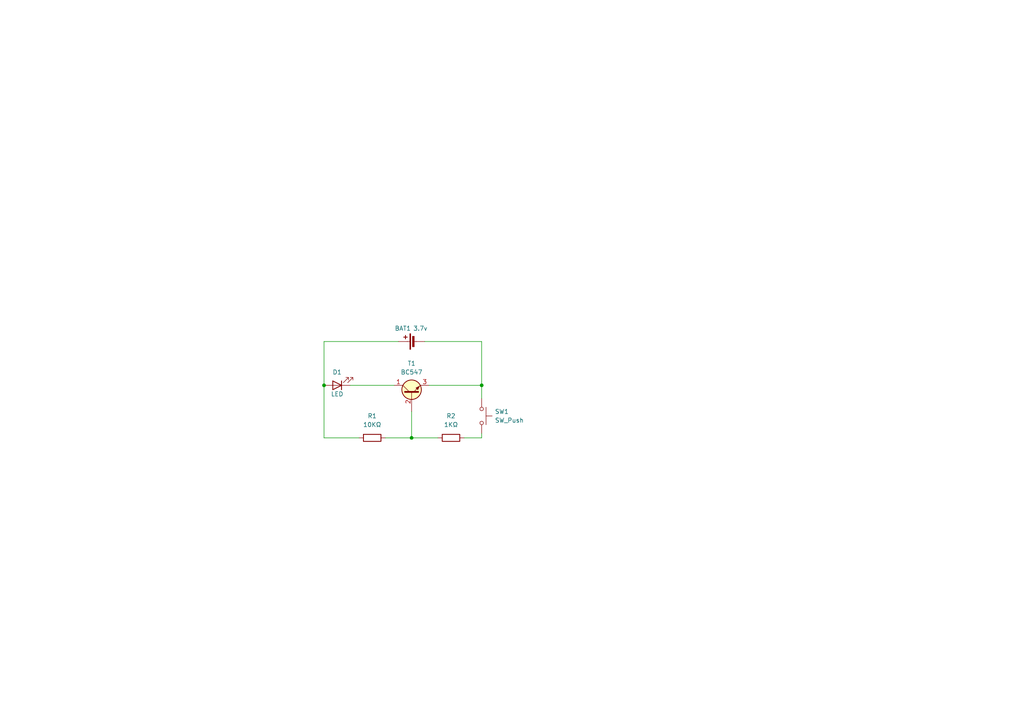
<source format=kicad_sch>
(kicad_sch (version 20230121) (generator eeschema)
  (paper "A4")
  (title_block (title "Svetlo na tlačítko") (date "2025-04-23") (rev "1") (company "Piaristická spojená škola") (comment 3 "Dominik Nagy") (comment 4 "Autor:"))
  (lib_symbols
    (symbol "Device:Battery_Cell" (pin_numbers hide) (pin_names (offset 0) hide)
      (property "Reference" "BT" (at 2.54 2.54 0))
      (property "Value" "Battery_Cell" (at 2.54 0 0))
      (symbol "Battery_Cell_0_1"
        (rectangle (start -2.286 1.778) (end 2.286 1.524) (fill (type outline)))
        (rectangle (start -1.524 1.016) (end 1.524 0.508) (fill (type outline)))
        (polyline (pts (xy 0 0.762) (xy 0 0)))
        (polyline (pts (xy 0 1.778) (xy 0 2.54)))
        (polyline (pts (xy 0.762 3.048) (xy 1.778 3.048)) (stroke (width 0.254)))
        (polyline (pts (xy 1.27 3.556) (xy 1.27 2.54)) (stroke (width 0.254)))
      )
      (symbol "Battery_Cell_1_1"
        (pin passive line (at 0 5.08 270) (length 2.54) (name "+") (number "1"))
        (pin passive line (at 0 -2.54 90) (length 2.54) (name "-") (number "2"))
      )
    )
    (symbol "Device:LED" (pin_numbers hide) (pin_names (offset 1.016) hide)
      (property "Reference" "D" (at 0 2.54 0))
      (property "Value" "LED" (at 0 -2.54 0))
      (symbol "LED_0_1"
        (polyline (pts (xy -1.27 -1.27) (xy -1.27 1.27)) (stroke (width 0.254)))
        (polyline (pts (xy -1.27 0) (xy 1.27 0)))
        (polyline (pts (xy 1.27 -1.27) (xy 1.27 1.27) (xy -1.27 0) (xy 1.27 -1.27)) (stroke (width 0.254)))
        (polyline (pts (xy -3.048 -0.762) (xy -4.572 -2.286) (xy -3.81 -2.286) (xy -4.572 -2.286) (xy -4.572 -1.524)))
        (polyline (pts (xy -1.778 -0.762) (xy -3.302 -2.286) (xy -2.54 -2.286) (xy -3.302 -2.286) (xy -3.302 -1.524)))
      )
      (symbol "LED_1_1"
        (pin passive line (at -3.81 0 0) (length 2.54) (name "K") (number "1"))
        (pin passive line (at 3.81 0 180) (length 2.54) (name "A") (number "2"))
      )
    )
    (symbol "Device:R" (pin_numbers hide) (pin_names (offset 0))
      (property "Reference" "R" (at 2.032 0 90))
      (property "Value" "R" (at 0 0 90))
      (symbol "R_0_1"
        (rectangle (start -1.016 -2.54) (end 1.016 2.54) (stroke (width 0.254)))
      )
      (symbol "R_1_1"
        (pin passive line (at 0 3.81 270) (length 1.27) (name "~") (number "1"))
        (pin passive line (at 0 -3.81 90) (length 1.27) (name "~") (number "2"))
      )
    )
    (symbol "PCM_Transistor_BJT_AKL:BC547" (pin_names hide)
      (property "Reference" "Q" (at 5.08 1.27 0))
      (property "Value" "BC547" (at 5.08 -1.27 0))
      (symbol "BC547_0_1"
        (polyline (pts (xy 0.635 0.635) (xy 2.54 2.54)))
        (polyline (pts (xy 0.635 -0.635) (xy 2.54 -2.54) (xy 2.54 -2.54)))
        (polyline (pts (xy 0.635 1.905) (xy 0.635 -1.905) (xy 0.635 -1.905)) (stroke (width 0.508)))
        (polyline (pts (xy 1.27 -1.778) (xy 1.778 -1.27) (xy 2.286 -2.286) (xy 1.27 -1.778) (xy 1.27 -1.778)) (fill (type outline)))
        (circle (center 1.27 0) (radius 2.8194) (stroke (width 0.254)) (fill (type background)))
      )
      (symbol "BC547_1_1"
        (pin passive line (at 2.54 5.08 270) (length 2.54) (name "C") (number "1"))
        (pin input line (at -5.08 0 0) (length 5.715) (name "B") (number "2"))
        (pin passive line (at 2.54 -5.08 90) (length 2.54) (name "E") (number "3"))
      )
    )
    (symbol "Switch:SW_Push" (pin_numbers hide) (pin_names (offset 1.016) hide)
      (property "Reference" "SW" (at 1.27 2.54 0))
      (property "Value" "SW_Push" (at 0 -1.524 0))
      (symbol "SW_Push_0_1"
        (circle (center -2.032 0) (radius 0.508))
        (polyline (pts (xy 0 1.27) (xy 0 3.048)))
        (polyline (pts (xy 2.54 1.27) (xy -2.54 1.27)))
        (circle (center 2.032 0) (radius 0.508))
        (pin passive line (at -5.08 0 0) (length 2.54) (name "1") (number "1"))
        (pin passive line (at 5.08 0 180) (length 2.54) (name "2") (number "2"))
      )
    )
  )
  (junction (at 93.98 111.76))
  (junction (at 119.38 127))
  (junction (at 139.7 111.76))
  (wire (pts (xy 134.62 127) (xy 139.7 127)))
  (wire (pts (xy 139.7 125.73) (xy 139.7 127)))
  (wire (pts (xy 93.98 127) (xy 104.14 127)))
  (wire (pts (xy 139.7 99.06) (xy 139.7 111.76)))
  (wire (pts (xy 119.38 127) (xy 127 127)))
  (wire (pts (xy 123.19 99.06) (xy 139.7 99.06)))
  (wire (pts (xy 124.46 111.76) (xy 139.7 111.76)))
  (wire (pts (xy 93.98 111.76) (xy 93.98 127)))
  (wire (pts (xy 93.98 99.06) (xy 115.57 99.06)))
  (wire (pts (xy 111.76 127) (xy 119.38 127)))
  (wire (pts (xy 139.7 111.76) (xy 139.7 115.57)))
  (wire (pts (xy 119.38 119.38) (xy 119.38 127)))
  (wire (pts (xy 101.6 111.76) (xy 114.3 111.76)))
  (wire (pts (xy 93.98 99.06) (xy 93.98 111.76)))
  (symbol (lib_id "Device:Battery_Cell") (at 120.65 99.06 90) (unit 1)
    (property "Reference" "BAT1" (at 116.84 95.25 90))
    (property "Value" "3.7v" (at 121.92 95.25 90))
    (property "Footprint" "Battery:BatteryHolder_Keystone_103_1x20mm" (effects hide))
  )
  (symbol (lib_id "Switch:SW_Push") (at 139.7 120.65 270) (unit 1)
    (property "Reference" "SW1" (at 143.51 119.38 90) (effects (justify left)))
    (property "Value" "SW_Push" (at 143.51 121.92 90) (effects (justify left)))
    (property "Footprint" "Button_Switch_THT:SW_PUSH_6mm_H8.5mm" (effects hide))
  )
  (symbol (lib_id "Device:R") (at 107.95 127 90) (unit 1)
    (property "Reference" "R1" (at 107.95 120.65 90))
    (property "Value" "10KΩ" (at 107.95 123.19 90))
    (property "Footprint" "Resistor_THT:R_Axial_DIN0207_L6.3mm_D2.5mm_P7.62mm_Horizontal" (effects hide))
  )
  (symbol (lib_id "Device:LED") (at 97.79 111.76 180) (unit 1)
    (property "Reference" "D1" (at 97.79 107.95 0))
    (property "Value" "LED" (at 97.79 114.3 0))
    (property "Footprint" "LED_THT:LED_D5.0mm" (effects hide))
  )
  (symbol (lib_id "Device:R") (at 130.81 127 90) (unit 1)
    (property "Reference" "R2" (at 130.81 120.65 90))
    (property "Value" "1KΩ" (at 130.81 123.19 90))
    (property "Footprint" "Resistor_THT:R_Axial_DIN0207_L6.3mm_D2.5mm_P7.62mm_Horizontal" (effects hide))
  )
  (symbol (lib_id "PCM_Transistor_BJT_AKL:BC547") (at 119.38 114.3 90) (unit 1)
    (property "Reference" "T1" (at 119.38 105.41 90))
    (property "Value" "BC547" (at 119.38 107.95 90))
    (property "Footprint" "Package_TO_SOT_THT:TO-92_Inline_Wide" (effects hide))
    (property "Datasheet" "https://www.tme.eu/Document/6c5d898a533a0762c2bc33eb26c283a8/BC546-550-DTE.pdf" (effects hide))
  )
)
</source>
